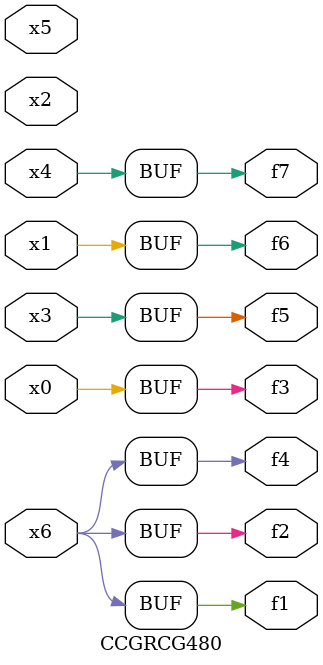
<source format=v>
module CCGRCG480(
	input x0, x1, x2, x3, x4, x5, x6,
	output f1, f2, f3, f4, f5, f6, f7
);
	assign f1 = x6;
	assign f2 = x6;
	assign f3 = x0;
	assign f4 = x6;
	assign f5 = x3;
	assign f6 = x1;
	assign f7 = x4;
endmodule

</source>
